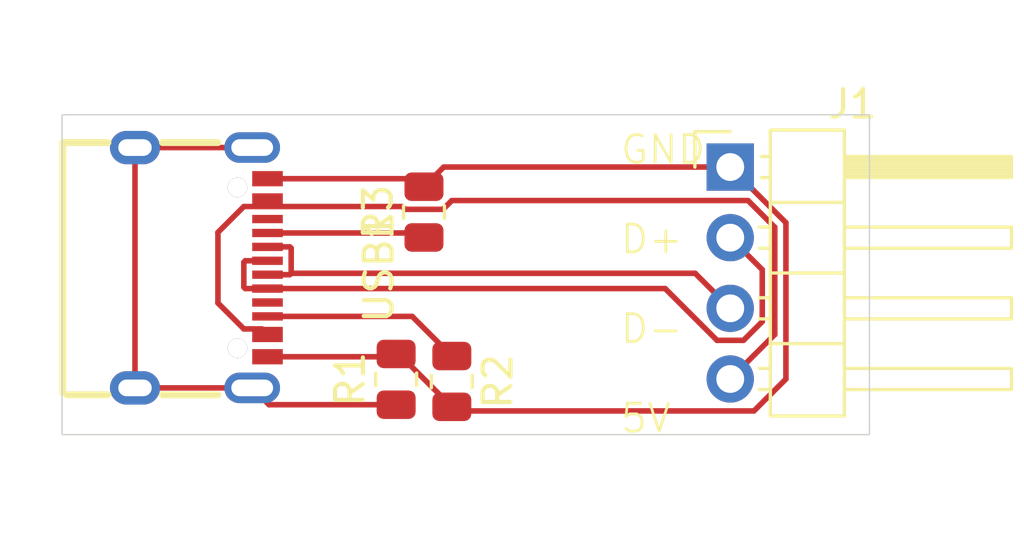
<source format=kicad_pcb>
(kicad_pcb (version 20240108) (generator "pcbnew") (generator_version "8.0")
  (layers (0 "F.Cu" signal) (31 "B.Cu" signal) (34 "B.Paste" user) (35 "F.Paste" user) (36 "B.SilkS" user "B.Silkscreen") (37 "F.SilkS" user "F.Silkscreen") (38 "B.Mask" user) (39 "F.Mask" user) (44 "Edge.Cuts" user))
  (net 0 "")
  (net 1 "GND")
  (net 2 "D-")
  (net 3 "D+")
  (net 4 "+5V")
  (net 5 "Net-(R1-Pad1)")
  (net 6 "Net-(USB1-CC2)")
  (net 7 "Net-(USB1-CC1)")
  (footprint "easyeda2kicad:USB-C-SMD_TYPE-C-6PIN-2MD-073" (layer "F.Cu") (at 80 84 -90)
    (property "Reference" "USB1" (at 0 -6.38 90) (layer "F.SilkS"))
    (property "Value" "TYPE-C 16PIN 2MD(073)")
    (fp_line (start -4.5 4.97) (end -4.5 3.35) (stroke (width 0.25)) (layer "F.SilkS"))
    (fp_line (start 4.5 4.97) (end -4.5 4.97) (stroke (width 0.25)) (layer "F.SilkS"))
    (fp_line (start 4.57 4.82) (end 4.57 3.35) (stroke (width 0.25)) (layer "F.SilkS"))
    (fp_line (start -4.5 1.39) (end -4.5 -0.6) (stroke (width 0.25)) (layer "F.SilkS"))
    (fp_line (start 4.57 1.39) (end 4.57 -0.6) (stroke (width 0.25)) (layer "F.SilkS"))
    (pad "" thru_hole circle (at -2.89 -1.3 270) (size 0.7 0.7) (drill 0.7) (layers "*.Cu" "*.Mask"))
    (pad "" thru_hole circle (at 2.89 -1.3 270) (size 0.7 0.7) (drill 0.7) (layers "*.Cu" "*.Mask"))
    (pad "1" smd rect (at -3.2 -2.38 270) (size 0.55 1.1) (layers "F.Cu" "F.Paste" "F.Mask") (net 1 "GND"))
    (pad "2" smd rect (at -2.4 -2.38 270) (size 0.55 1.1) (layers "F.Cu" "F.Paste" "F.Mask") (net 4 "+5V"))
    (pad "3" smd rect (at -1.75 -2.38 270) (size 0.3 1.1) (layers "F.Cu" "F.Paste" "F.Mask"))
    (pad "4" smd rect (at -1.25 -2.38 270) (size 0.3 1.1) (layers "F.Cu" "F.Paste" "F.Mask") (net 7 "Net-(USB1-CC1)"))
    (pad "5" smd rect (at -0.75 -2.38 270) (size 0.3 1.1) (layers "F.Cu" "F.Paste" "F.Mask") (net 2 "D-"))
    (pad "6" smd rect (at -0.25 -2.38 270) (size 0.3 1.1) (layers "F.Cu" "F.Paste" "F.Mask") (net 3 "D+"))
    (pad "7" smd rect (at 0.25 -2.38 270) (size 0.3 1.1) (layers "F.Cu" "F.Paste" "F.Mask") (net 2 "D-"))
    (pad "8" smd rect (at 0.75 -2.38 270) (size 0.3 1.1) (layers "F.Cu" "F.Paste" "F.Mask") (net 3 "D+"))
    (pad "9" smd rect (at 1.25 -2.38 270) (size 0.3 1.1) (layers "F.Cu" "F.Paste" "F.Mask"))
    (pad "10" smd rect (at 1.75 -2.38 270) (size 0.3 1.1) (layers "F.Cu" "F.Paste" "F.Mask") (net 6 "Net-(USB1-CC2)"))
    (pad "11" smd rect (at 2.4 -2.38 270) (size 0.55 1.1) (layers "F.Cu" "F.Paste" "F.Mask") (net 4 "+5V"))
    (pad "12" smd rect (at 3.2 -2.38 270) (size 0.55 1.1) (layers "F.Cu" "F.Paste" "F.Mask") (net 1 "GND"))
    (pad "13" thru_hole oval (at -4.32 -1.83 270) (size 1.1 2) (drill oval 0.599999 1.499997) (layers "*.Cu" "*.Mask") (net 5 "Net-(R1-Pad1)"))
    (pad "13" thru_hole oval (at -4.32 2.38 270) (size 1.2 1.8) (drill oval 0.599999 1.199998) (layers "*.Cu" "*.Mask") (net 5 "Net-(R1-Pad1)"))
    (pad "14" thru_hole oval (at 4.32 -1.83 270) (size 1.1 2) (drill oval 0.599999 1.500022) (layers "*.Cu" "*.Mask") (net 5 "Net-(R1-Pad1)"))
    (pad "14" thru_hole oval (at 4.32 2.38 270) (size 1.2 1.8) (drill oval 0.599999 1.199998) (layers "*.Cu" "*.Mask") (net 5 "Net-(R1-Pad1)"))
  )
  (footprint "Resistor_SMD:R_0805_2012Metric" (layer "F.Cu") (at 88 82 90)
    (property "Reference" "R3" (at 0 -1.65 90) (layer "F.SilkS"))
    (property "Value" "5.11k")
    (fp_line (start -0.227064 -0.735) (end 0.227064 -0.735) (stroke (width 0.12)) (layer "F.SilkS"))
    (fp_line (start -0.227064 0.735) (end 0.227064 0.735) (stroke (width 0.12)) (layer "F.SilkS"))
    (pad "1" smd roundrect (at -0.9125 0 90) (size 1.025 1.4) (layers "F.Cu" "F.Paste" "F.Mask") (roundrect_rratio 0.243902) (net 7 "Net-(USB1-CC1)"))
    (pad "2" smd roundrect (at 0.9125 0 90) (size 1.025 1.4) (layers "F.Cu" "F.Paste" "F.Mask") (roundrect_rratio 0.243902) (net 1 "GND"))
  )
  (footprint "Connector_PinHeader_2.54mm:PinHeader_1x04_P2.54mm_Horizontal" (layer "F.Cu") (at 99 80.38)
    (property "Reference" "J1" (at 4.385 -2.27 0) (layer "F.SilkS"))
    (property "Value" "Conn_01x04")
    (fp_line (start -1.27 -1.27) (end 0 -1.27) (stroke (width 0.12)) (layer "F.SilkS"))
    (fp_line (start -1.27 0) (end -1.27 -1.27) (stroke (width 0.12)) (layer "F.SilkS"))
    (fp_line (start 1.042929 2.16) (end 1.44 2.16) (stroke (width 0.12)) (layer "F.SilkS"))
    (fp_line (start 1.042929 2.92) (end 1.44 2.92) (stroke (width 0.12)) (layer "F.SilkS"))
    (fp_line (start 1.042929 4.7) (end 1.44 4.7) (stroke (width 0.12)) (layer "F.SilkS"))
    (fp_line (start 1.042929 5.46) (end 1.44 5.46) (stroke (width 0.12)) (layer "F.SilkS"))
    (fp_line (start 1.042929 7.24) (end 1.44 7.24) (stroke (width 0.12)) (layer "F.SilkS"))
    (fp_line (start 1.042929 8) (end 1.44 8) (stroke (width 0.12)) (layer "F.SilkS"))
    (fp_line (start 1.11 -0.38) (end 1.44 -0.38) (stroke (width 0.12)) (layer "F.SilkS"))
    (fp_line (start 1.11 0.38) (end 1.44 0.38) (stroke (width 0.12)) (layer "F.SilkS"))
    (fp_line (start 1.44 -1.33) (end 1.44 8.95) (stroke (width 0.12)) (layer "F.SilkS"))
    (fp_line (start 1.44 1.27) (end 4.1 1.27) (stroke (width 0.12)) (layer "F.SilkS"))
    (fp_line (start 1.44 3.81) (end 4.1 3.81) (stroke (width 0.12)) (layer "F.SilkS"))
    (fp_line (start 1.44 6.35) (end 4.1 6.35) (stroke (width 0.12)) (layer "F.SilkS"))
    (fp_line (start 1.44 8.95) (end 4.1 8.95) (stroke (width 0.12)) (layer "F.SilkS"))
    (fp_line (start 4.1 -1.33) (end 1.44 -1.33) (stroke (width 0.12)) (layer "F.SilkS"))
    (fp_line (start 4.1 -0.38) (end 10.1 -0.38) (stroke (width 0.12)) (layer "F.SilkS"))
    (fp_line (start 4.1 -0.32) (end 10.1 -0.32) (stroke (width 0.12)) (layer "F.SilkS"))
    (fp_line (start 4.1 -0.2) (end 10.1 -0.2) (stroke (width 0.12)) (layer "F.SilkS"))
    (fp_line (start 4.1 -0.08) (end 10.1 -0.08) (stroke (width 0.12)) (layer "F.SilkS"))
    (fp_line (start 4.1 0.04) (end 10.1 0.04) (stroke (width 0.12)) (layer "F.SilkS"))
    (fp_line (start 4.1 0.16) (end 10.1 0.16) (stroke (width 0.12)) (layer "F.SilkS"))
    (fp_line (start 4.1 0.28) (end 10.1 0.28) (stroke (width 0.12)) (layer "F.SilkS"))
    (fp_line (start 4.1 2.16) (end 10.1 2.16) (stroke (width 0.12)) (layer "F.SilkS"))
    (fp_line (start 4.1 4.7) (end 10.1 4.7) (stroke (width 0.12)) (layer "F.SilkS"))
    (fp_line (start 4.1 7.24) (end 10.1 7.24) (stroke (width 0.12)) (layer "F.SilkS"))
    (fp_line (start 4.1 8.95) (end 4.1 -1.33) (stroke (width 0.12)) (layer "F.SilkS"))
    (fp_line (start 10.1 -0.38) (end 10.1 0.38) (stroke (width 0.12)) (layer "F.SilkS"))
    (fp_line (start 10.1 0.38) (end 4.1 0.38) (stroke (width 0.12)) (layer "F.SilkS"))
    (fp_line (start 10.1 2.16) (end 10.1 2.92) (stroke (width 0.12)) (layer "F.SilkS"))
    (fp_line (start 10.1 2.92) (end 4.1 2.92) (stroke (width 0.12)) (layer "F.SilkS"))
    (fp_line (start 10.1 4.7) (end 10.1 5.46) (stroke (width 0.12)) (layer "F.SilkS"))
    (fp_line (start 10.1 5.46) (end 4.1 5.46) (stroke (width 0.12)) (layer "F.SilkS"))
    (fp_line (start 10.1 7.24) (end 10.1 8) (stroke (width 0.12)) (layer "F.SilkS"))
    (fp_line (start 10.1 8) (end 4.1 8) (stroke (width 0.12)) (layer "F.SilkS"))
    (pad "1" thru_hole rect (at 0 0) (size 1.7 1.7) (drill 1) (layers "*.Cu" "*.Mask") (net 1 "GND"))
    (pad "2" thru_hole oval (at 0 2.54) (size 1.7 1.7) (drill 1) (layers "*.Cu" "*.Mask") (net 3 "D+"))
    (pad "3" thru_hole oval (at 0 5.08) (size 1.7 1.7) (drill 1) (layers "*.Cu" "*.Mask") (net 2 "D-"))
    (pad "4" thru_hole oval (at 0 7.62) (size 1.7 1.7) (drill 1) (layers "*.Cu" "*.Mask") (net 4 "+5V"))
  )
  (footprint "Resistor_SMD:R_0805_2012Metric" (layer "F.Cu") (at 89 88.0875 -90)
    (property "Reference" "R2" (at 0 -1.65 90) (layer "F.SilkS"))
    (property "Value" "5.11k")
    (fp_line (start -0.227064 0.735) (end 0.227064 0.735) (stroke (width 0.12)) (layer "F.SilkS"))
    (fp_line (start -0.227064 -0.735) (end 0.227064 -0.735) (stroke (width 0.12)) (layer "F.SilkS"))
    (pad "1" smd roundrect (at -0.9125 0 270) (size 1.025 1.4) (layers "F.Cu" "F.Paste" "F.Mask") (roundrect_rratio 0.243902) (net 6 "Net-(USB1-CC2)"))
    (pad "2" smd roundrect (at 0.9125 0 270) (size 1.025 1.4) (layers "F.Cu" "F.Paste" "F.Mask") (roundrect_rratio 0.243902) (net 1 "GND"))
  )
  (footprint "Resistor_SMD:R_0805_2012Metric" (layer "F.Cu") (at 87 88.0125 90)
    (property "Reference" "R1" (at 0 -1.65 90) (layer "F.SilkS"))
    (property "Value" "1M")
    (fp_line (start -0.227064 -0.735) (end 0.227064 -0.735) (stroke (width 0.12)) (layer "F.SilkS"))
    (fp_line (start -0.227064 0.735) (end 0.227064 0.735) (stroke (width 0.12)) (layer "F.SilkS"))
    (pad "1" smd roundrect (at -0.9125 0 90) (size 1.025 1.4) (layers "F.Cu" "F.Paste" "F.Mask") (roundrect_rratio 0.243902) (net 5 "Net-(R1-Pad1)"))
    (pad "2" smd roundrect (at 0.9125 0 90) (size 1.025 1.4) (layers "F.Cu" "F.Paste" "F.Mask") (roundrect_rratio 0.243902) (net 1 "GND"))
  )
  (gr_rect (start 75 78.5) (end 104 90) (stroke (width 0.05)) (fill none) (layer "Edge.Cuts"))
  (gr_text "GND\n\nD+\n\nD-\n\n5V" (at 95 90 0) (layer "F.SilkS") (effects (font (size 1 1) (thickness 0.1)) (justify left bottom)))
  (segment (start 87.1 87.1) (end 89 89) (width 0.2) (layer "F.Cu") (net 1))
  (segment (start 89 89) (end 89.15 89.15) (width 0.2) (layer "F.Cu") (net 1))
  (segment (start 87 87.1) (end 87.1 87.1) (width 0.2) (layer "F.Cu") (net 1))
  (segment (start 82.38 87.2) (end 86.9 87.2) (width 0.2) (layer "F.Cu") (net 1))
  (segment (start 99 80.38) (end 88.7075 80.38) (width 0.2) (layer "F.Cu") (net 1))
  (segment (start 82.38 80.8) (end 87.7125 80.8) (width 0.2) (layer "F.Cu") (net 1))
  (segment (start 101 82.38) (end 99 80.38) (width 0.2) (layer "F.Cu") (net 1))
  (segment (start 88.7075 80.38) (end 88 81.0875) (width 0.2) (layer "F.Cu") (net 1))
  (segment (start 99.85 89.15) (end 101 88) (width 0.2) (layer "F.Cu") (net 1))
  (segment (start 89.15 89.15) (end 99.85 89.15) (width 0.2) (layer "F.Cu") (net 1))
  (segment (start 101 88) (end 101 82.38) (width 0.2) (layer "F.Cu") (net 1))
  (segment (start 87.7125 80.8) (end 88 81.0875) (width 0.2) (layer "F.Cu") (net 1))
  (segment (start 86.9 87.2) (end 87 87.1) (width 0.2) (layer "F.Cu") (net 1))
  (segment (start 83.23 83.3) (end 83.23 84.2) (width 0.2) (layer "F.Cu") (net 2))
  (segment (start 83.18 84.25) (end 82.38 84.25) (width 0.2) (layer "F.Cu") (net 2))
  (segment (start 83.23 84.2) (end 83.18 84.25) (width 0.2) (layer "F.Cu") (net 2))
  (segment (start 83.18 83.25) (end 83.23 83.3) (width 0.2) (layer "F.Cu") (net 2))
  (segment (start 82.38 83.25) (end 83.18 83.25) (width 0.2) (layer "F.Cu") (net 2))
  (segment (start 83.23 84.2) (end 97.74 84.2) (width 0.2) (layer "F.Cu") (net 2))
  (segment (start 97.74 84.2) (end 99 85.46) (width 0.2) (layer "F.Cu") (net 2))
  (segment (start 81.53 84.7) (end 81.58 84.75) (width 0.2) (layer "F.Cu") (net 3))
  (segment (start 96.663654 84.75) (end 98.523654 86.61) (width 0.2) (layer "F.Cu") (net 3))
  (segment (start 82.38 83.75) (end 81.58 83.75) (width 0.2) (layer "F.Cu") (net 3))
  (segment (start 100.15 85.936346) (end 100.15 84.07) (width 0.2) (layer "F.Cu") (net 3))
  (segment (start 98.523654 86.61) (end 99.476346 86.61) (width 0.2) (layer "F.Cu") (net 3))
  (segment (start 81.53 83.8) (end 81.53 84.7) (width 0.2) (layer "F.Cu") (net 3))
  (segment (start 82.38 84.75) (end 96.663654 84.75) (width 0.2) (layer "F.Cu") (net 3))
  (segment (start 100.15 84.07) (end 99 82.92) (width 0.2) (layer "F.Cu") (net 3))
  (segment (start 99.476346 86.61) (end 100.15 85.936346) (width 0.2) (layer "F.Cu") (net 3))
  (segment (start 81.58 83.75) (end 81.53 83.8) (width 0.2) (layer "F.Cu") (net 3))
  (segment (start 81.58 84.75) (end 82.38 84.75) (width 0.2) (layer "F.Cu") (net 3))
  (segment (start 80.6 85.27) (end 81.53 86.2) (width 0.2) (layer "F.Cu") (net 4))
  (segment (start 81.53 86.2) (end 82.18 86.2) (width 0.2) (layer "F.Cu") (net 4))
  (segment (start 99 88) (end 100.6 86.4) (width 0.2) (layer "F.Cu") (net 4))
  (segment (start 80.6 82.73) (end 80.6 85.27) (width 0.2) (layer "F.Cu") (net 4))
  (segment (start 100.6 86.4) (end 100.6 82.545686) (width 0.2) (layer "F.Cu") (net 4))
  (segment (start 88.684744 81.9) (end 87.315256 81.9) (width 0.2) (layer "F.Cu") (net 4))
  (segment (start 100.6 82.545686) (end 99.639058 81.584744) (width 0.2) (layer "F.Cu") (net 4))
  (segment (start 87.315256 81.9) (end 87.215256 81.8) (width 0.2) (layer "F.Cu") (net 4))
  (segment (start 82.18 86.2) (end 82.38 86.4) (width 0.2) (layer "F.Cu") (net 4))
  (segment (start 89 81.584744) (end 88.684744 81.9) (width 0.2) (layer "F.Cu") (net 4))
  (segment (start 99.639058 81.584744) (end 89 81.584744) (width 0.2) (layer "F.Cu") (net 4))
  (segment (start 87.215256 81.8) (end 81.53 81.8) (width 0.2) (layer "F.Cu") (net 4))
  (segment (start 81.53 81.8) (end 80.6 82.73) (width 0.2) (layer "F.Cu") (net 4))
  (segment (start 81.83 88.32) (end 77.62 88.32) (width 0.2) (layer "F.Cu") (net 5))
  (segment (start 77.62 79.68) (end 81.83 79.68) (width 0.2) (layer "F.Cu") (net 5))
  (segment (start 87 88.925) (end 82.435 88.925) (width 0.2) (layer "F.Cu") (net 5))
  (segment (start 77.62 88.32) (end 77.62 79.68) (width 0.2) (layer "F.Cu") (net 5))
  (segment (start 82.435 88.925) (end 81.83 88.32) (width 0.2) (layer "F.Cu") (net 5))
  (segment (start 87.575 85.75) (end 82.38 85.75) (width 0.2) (layer "F.Cu") (net 6))
  (segment (start 89 87.175) (end 87.575 85.75) (width 0.2) (layer "F.Cu") (net 6))
  (segment (start 87.8375 82.75) (end 82.38 82.75) (width 0.2) (layer "F.Cu") (net 7))
  (segment (start 88 82.9125) (end 87.8375 82.75) (width 0.2) (layer "F.Cu") (net 7))
)
</source>
